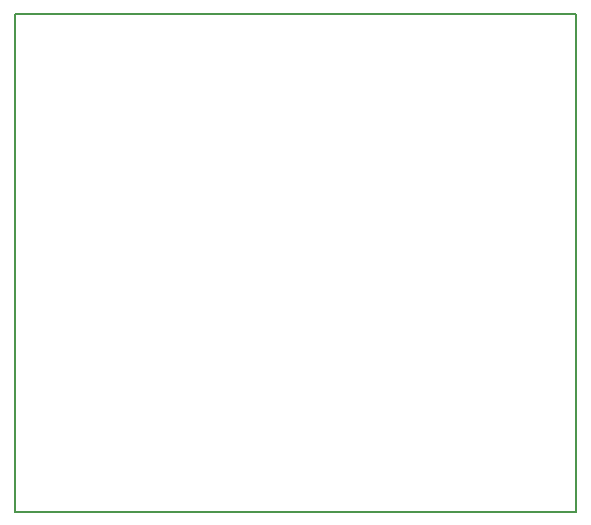
<source format=gbr>
G04 (created by PCBNEW (2013-may-18)-stable) date Вт 16 фев 2016 22:09:58*
%MOIN*%
G04 Gerber Fmt 3.4, Leading zero omitted, Abs format*
%FSLAX34Y34*%
G01*
G70*
G90*
G04 APERTURE LIST*
%ADD10C,0.00590551*%
G04 APERTURE END LIST*
G54D10*
X24500Y-31500D02*
X24500Y-14900D01*
X43200Y-31500D02*
X24500Y-31500D01*
X43200Y-14900D02*
X43200Y-31500D01*
X24500Y-14900D02*
X43200Y-14900D01*
M02*

</source>
